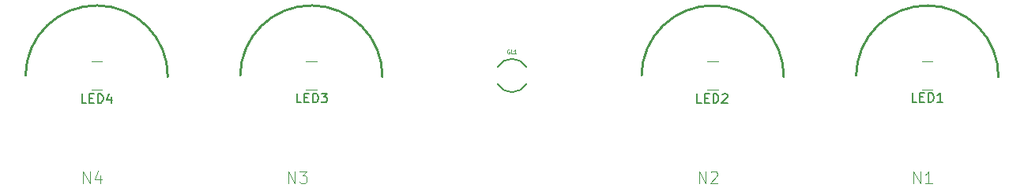
<source format=gto>
G04 #@! TF.GenerationSoftware,KiCad,Pcbnew,(5.1.7)-1*
G04 #@! TF.CreationDate,2021-11-14T22:53:26-06:00*
G04 #@! TF.ProjectId,in14-socket,696e3134-2d73-46f6-936b-65742e6b6963,rev?*
G04 #@! TF.SameCoordinates,Original*
G04 #@! TF.FileFunction,Legend,Top*
G04 #@! TF.FilePolarity,Positive*
%FSLAX46Y46*%
G04 Gerber Fmt 4.6, Leading zero omitted, Abs format (unit mm)*
G04 Created by KiCad (PCBNEW (5.1.7)-1) date 2021-11-14 22:53:26*
%MOMM*%
%LPD*%
G01*
G04 APERTURE LIST*
%ADD10C,0.254000*%
%ADD11C,0.150000*%
%ADD12C,0.120000*%
%ADD13C,0.101600*%
%ADD14C,0.025400*%
%ADD15C,1.346200*%
%ADD16C,2.700000*%
%ADD17C,1.700000*%
%ADD18R,1.600200X2.387600*%
%ADD19R,1.222000X1.222000*%
%ADD20C,1.222000*%
G04 APERTURE END LIST*
D10*
X130880000Y-99000000D02*
G75*
G02*
X146120000Y-99157480I7620000J-78740D01*
G01*
X173885000Y-99005200D02*
G75*
G02*
X189125000Y-99162680I7620000J-78740D01*
G01*
X196885000Y-99005200D02*
G75*
G02*
X212125000Y-99162680I7620000J-78740D01*
G01*
X107880000Y-99000000D02*
G75*
G02*
X123120000Y-99157480I7620000J-78740D01*
G01*
D11*
X161539869Y-99923921D02*
G75*
G02*
X160000000Y-100795780I-1539869J923921D01*
G01*
X161539869Y-98071859D02*
G75*
G03*
X160000000Y-97200000I-1539869J-923921D01*
G01*
X158460131Y-99923921D02*
G75*
G03*
X160000000Y-100795780I1539869J923921D01*
G01*
X158460131Y-98071859D02*
G75*
G02*
X160000000Y-97200000I1539869J-923921D01*
G01*
D12*
X116088865Y-97470800D02*
X114921135Y-97470800D01*
X114921135Y-100518800D02*
X116088865Y-100518800D01*
X139088865Y-97470800D02*
X137921135Y-97470800D01*
X137921135Y-100518800D02*
X139088865Y-100518800D01*
X182083865Y-97476000D02*
X180916135Y-97476000D01*
X180916135Y-100524000D02*
X182083865Y-100524000D01*
X205083865Y-97476000D02*
X203916135Y-97476000D01*
X203916135Y-100524000D02*
X205083865Y-100524000D01*
D13*
X136032380Y-110574523D02*
X136032380Y-109304523D01*
X136758095Y-110574523D01*
X136758095Y-109304523D01*
X137241904Y-109304523D02*
X138028095Y-109304523D01*
X137604761Y-109788333D01*
X137786190Y-109788333D01*
X137907142Y-109848809D01*
X137967619Y-109909285D01*
X138028095Y-110030238D01*
X138028095Y-110332619D01*
X137967619Y-110453571D01*
X137907142Y-110514047D01*
X137786190Y-110574523D01*
X137423333Y-110574523D01*
X137302380Y-110514047D01*
X137241904Y-110453571D01*
X180032260Y-110574503D02*
X180032260Y-109304503D01*
X180757975Y-110574503D01*
X180757975Y-109304503D01*
X181302260Y-109425456D02*
X181362737Y-109364980D01*
X181483689Y-109304503D01*
X181786070Y-109304503D01*
X181907022Y-109364980D01*
X181967499Y-109425456D01*
X182027975Y-109546408D01*
X182027975Y-109667360D01*
X181967499Y-109848789D01*
X181241784Y-110574503D01*
X182027975Y-110574503D01*
X203032260Y-110574503D02*
X203032260Y-109304503D01*
X203757975Y-110574503D01*
X203757975Y-109304503D01*
X205027975Y-110574503D02*
X204302260Y-110574503D01*
X204665118Y-110574503D02*
X204665118Y-109304503D01*
X204544165Y-109485932D01*
X204423213Y-109606884D01*
X204302260Y-109667360D01*
X114032380Y-110574523D02*
X114032380Y-109304523D01*
X114758095Y-110574523D01*
X114758095Y-109304523D01*
X115907142Y-109727857D02*
X115907142Y-110574523D01*
X115604761Y-109244047D02*
X115302380Y-110151190D01*
X116088571Y-110151190D01*
D14*
X159698419Y-96246800D02*
X159659714Y-96227447D01*
X159601657Y-96227447D01*
X159543600Y-96246800D01*
X159504895Y-96285504D01*
X159485542Y-96324209D01*
X159466190Y-96401619D01*
X159466190Y-96459676D01*
X159485542Y-96537085D01*
X159504895Y-96575790D01*
X159543600Y-96614495D01*
X159601657Y-96633847D01*
X159640361Y-96633847D01*
X159698419Y-96614495D01*
X159717771Y-96595142D01*
X159717771Y-96459676D01*
X159640361Y-96459676D01*
X160085466Y-96633847D02*
X159891942Y-96633847D01*
X159891942Y-96227447D01*
X160433809Y-96633847D02*
X160201580Y-96633847D01*
X160317695Y-96633847D02*
X160317695Y-96227447D01*
X160278990Y-96285504D01*
X160240285Y-96324209D01*
X160201580Y-96343561D01*
D11*
X114385952Y-101977180D02*
X113909761Y-101977180D01*
X113909761Y-100977180D01*
X114719285Y-101453371D02*
X115052619Y-101453371D01*
X115195476Y-101977180D02*
X114719285Y-101977180D01*
X114719285Y-100977180D01*
X115195476Y-100977180D01*
X115624047Y-101977180D02*
X115624047Y-100977180D01*
X115862142Y-100977180D01*
X116005000Y-101024800D01*
X116100238Y-101120038D01*
X116147857Y-101215276D01*
X116195476Y-101405752D01*
X116195476Y-101548609D01*
X116147857Y-101739085D01*
X116100238Y-101834323D01*
X116005000Y-101929561D01*
X115862142Y-101977180D01*
X115624047Y-101977180D01*
X117052619Y-101310514D02*
X117052619Y-101977180D01*
X116814523Y-100929561D02*
X116576428Y-101643847D01*
X117195476Y-101643847D01*
X137425952Y-101907180D02*
X136949761Y-101907180D01*
X136949761Y-100907180D01*
X137759285Y-101383371D02*
X138092619Y-101383371D01*
X138235476Y-101907180D02*
X137759285Y-101907180D01*
X137759285Y-100907180D01*
X138235476Y-100907180D01*
X138664047Y-101907180D02*
X138664047Y-100907180D01*
X138902142Y-100907180D01*
X139045000Y-100954800D01*
X139140238Y-101050038D01*
X139187857Y-101145276D01*
X139235476Y-101335752D01*
X139235476Y-101478609D01*
X139187857Y-101669085D01*
X139140238Y-101764323D01*
X139045000Y-101859561D01*
X138902142Y-101907180D01*
X138664047Y-101907180D01*
X139568809Y-100907180D02*
X140187857Y-100907180D01*
X139854523Y-101288133D01*
X139997380Y-101288133D01*
X140092619Y-101335752D01*
X140140238Y-101383371D01*
X140187857Y-101478609D01*
X140187857Y-101716704D01*
X140140238Y-101811942D01*
X140092619Y-101859561D01*
X139997380Y-101907180D01*
X139711666Y-101907180D01*
X139616428Y-101859561D01*
X139568809Y-101811942D01*
X180330952Y-101962380D02*
X179854761Y-101962380D01*
X179854761Y-100962380D01*
X180664285Y-101438571D02*
X180997619Y-101438571D01*
X181140476Y-101962380D02*
X180664285Y-101962380D01*
X180664285Y-100962380D01*
X181140476Y-100962380D01*
X181569047Y-101962380D02*
X181569047Y-100962380D01*
X181807142Y-100962380D01*
X181950000Y-101010000D01*
X182045238Y-101105238D01*
X182092857Y-101200476D01*
X182140476Y-101390952D01*
X182140476Y-101533809D01*
X182092857Y-101724285D01*
X182045238Y-101819523D01*
X181950000Y-101914761D01*
X181807142Y-101962380D01*
X181569047Y-101962380D01*
X182521428Y-101057619D02*
X182569047Y-101010000D01*
X182664285Y-100962380D01*
X182902380Y-100962380D01*
X182997619Y-101010000D01*
X183045238Y-101057619D01*
X183092857Y-101152857D01*
X183092857Y-101248095D01*
X183045238Y-101390952D01*
X182473809Y-101962380D01*
X183092857Y-101962380D01*
X203380952Y-101852380D02*
X202904761Y-101852380D01*
X202904761Y-100852380D01*
X203714285Y-101328571D02*
X204047619Y-101328571D01*
X204190476Y-101852380D02*
X203714285Y-101852380D01*
X203714285Y-100852380D01*
X204190476Y-100852380D01*
X204619047Y-101852380D02*
X204619047Y-100852380D01*
X204857142Y-100852380D01*
X205000000Y-100900000D01*
X205095238Y-100995238D01*
X205142857Y-101090476D01*
X205190476Y-101280952D01*
X205190476Y-101423809D01*
X205142857Y-101614285D01*
X205095238Y-101709523D01*
X205000000Y-101804761D01*
X204857142Y-101852380D01*
X204619047Y-101852380D01*
X206142857Y-101852380D02*
X205571428Y-101852380D01*
X205857142Y-101852380D02*
X205857142Y-100852380D01*
X205761904Y-100995238D01*
X205666666Y-101090476D01*
X205571428Y-101138095D01*
%LPC*%
D15*
X141375280Y-104478780D03*
X135624720Y-104478780D03*
X138500000Y-105187440D03*
X132355740Y-99744220D03*
X132713880Y-96805440D03*
X134395360Y-94367040D03*
X137019180Y-92990360D03*
X139980820Y-92990360D03*
X142604640Y-94367040D03*
X144286120Y-96805440D03*
X144644260Y-99744220D03*
X143592700Y-102515360D03*
X133407300Y-102515360D03*
X184380280Y-104483980D03*
X178629720Y-104483980D03*
X181505000Y-105192640D03*
X175360740Y-99749420D03*
X175718880Y-96810640D03*
X177400360Y-94372240D03*
X180024180Y-92995560D03*
X182985820Y-92995560D03*
X185609640Y-94372240D03*
X187291120Y-96810640D03*
X187649260Y-99749420D03*
X186597700Y-102520560D03*
X176412300Y-102520560D03*
X207380280Y-104483980D03*
X201629720Y-104483980D03*
X204505000Y-105192640D03*
X198360740Y-99749420D03*
X198718880Y-96810640D03*
X200400360Y-94372240D03*
X203024180Y-92995560D03*
X205985820Y-92995560D03*
X208609640Y-94372240D03*
X210291120Y-96810640D03*
X210649260Y-99749420D03*
X209597700Y-102520560D03*
X199412300Y-102520560D03*
X118375280Y-104478780D03*
X112624720Y-104478780D03*
X115500000Y-105187440D03*
X109355740Y-99744220D03*
X109713880Y-96805440D03*
X111395360Y-94367040D03*
X114019180Y-92990360D03*
X116980820Y-92990360D03*
X119604640Y-94367040D03*
X121286120Y-96805440D03*
X121644260Y-99744220D03*
X120592700Y-102515360D03*
X110407300Y-102515360D03*
D16*
X193000000Y-93000000D03*
X193000000Y-108000000D03*
X160000000Y-108000000D03*
X127000000Y-93000000D03*
X127000000Y-108000000D03*
D17*
X148570000Y-128330000D03*
X151110000Y-128330000D03*
X153650000Y-128330000D03*
X156190000Y-128330000D03*
X158730000Y-128330000D03*
X161270000Y-128330000D03*
X163810000Y-128330000D03*
X166350000Y-128330000D03*
X168890000Y-128330000D03*
X171430000Y-128330000D03*
X148570000Y-125790000D03*
X151110000Y-125790000D03*
X153650000Y-125790000D03*
X156190000Y-125790000D03*
X158730000Y-125790000D03*
X161270000Y-125790000D03*
X163810000Y-125790000D03*
X166350000Y-125790000D03*
X168890000Y-125790000D03*
G36*
G01*
X172030000Y-126640000D02*
X170830000Y-126640000D01*
G75*
G02*
X170580000Y-126390000I0J250000D01*
G01*
X170580000Y-125190000D01*
G75*
G02*
X170830000Y-124940000I250000J0D01*
G01*
X172030000Y-124940000D01*
G75*
G02*
X172280000Y-125190000I0J-250000D01*
G01*
X172280000Y-126390000D01*
G75*
G02*
X172030000Y-126640000I-250000J0D01*
G01*
G37*
D15*
X158730000Y-99000000D03*
X161270000Y-99000000D03*
D18*
X114080000Y-98994800D03*
X116930000Y-98994800D03*
X137080000Y-98994800D03*
X139930000Y-98994800D03*
X180075000Y-99000000D03*
X182925000Y-99000000D03*
X203075000Y-99000000D03*
X205815000Y-99000000D03*
D19*
X131000000Y-125540000D03*
D20*
X133540000Y-123000000D03*
X131000000Y-120460000D03*
M02*

</source>
